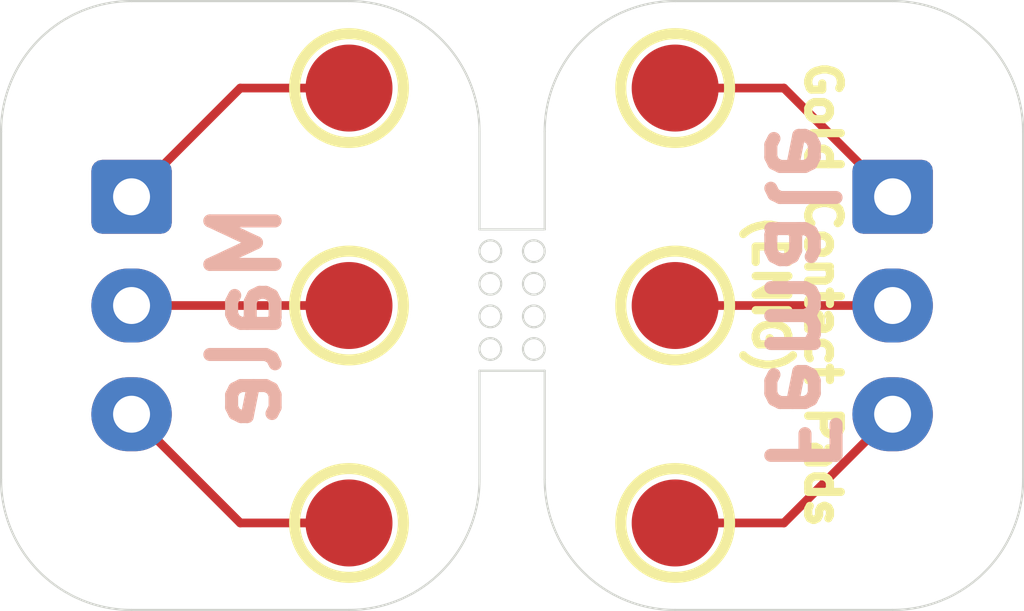
<source format=kicad_pcb>
(kicad_pcb (version 20240108) (generator "pcbnew") (generator_version "8.0")
  (layers (0 "F.Cu" signal) (31 "B.Cu" signal) (34 "B.Paste" user) (35 "F.Paste" user) (36 "B.SilkS" user "B.Silkscreen") (37 "F.SilkS" user "F.Silkscreen") (38 "B.Mask" user) (39 "F.Mask" user) (44 "Edge.Cuts" user))
  (net 0 "")
  (net 1 "Net-(J1-Pin_1)")
  (net 2 "Net-(J1-Pin_2)")
  (net 3 "Net-(J1-Pin_3)")
  (net 4 "Net-(J2-Pin_1)")
  (net 5 "Net-(J2-Pin_2)")
  (net 6 "Net-(J2-Pin_3)")
  (footprint "Connector_Molex:Molex_SPOX_5267-03A_1x03_P2.50mm_Vertical" (layer "F.Cu") (at 65 72.5 -90)
    (property "Reference" "J1" (hide yes))
    (property "Value" "Conn_01x03_Pin" (hide yes))
    (pad "1" thru_hole roundrect (at 0 0 270) (size 1.7 1.85) (drill 0.85) (layers "*.Cu" "*.Mask") (roundrect_rratio 0.147059) (net 1 "Net-(J1-Pin_1)"))
    (pad "2" thru_hole oval (at 2.5 0 270) (size 1.7 1.85) (drill 0.85) (layers "*.Cu" "*.Mask") (net 2 "Net-(J1-Pin_2)"))
    (pad "3" thru_hole oval (at 5 0 270) (size 1.7 1.85) (drill 0.85) (layers "*.Cu" "*.Mask") (net 3 "Net-(J1-Pin_3)"))
  )
  (footprint "PogoPin_YIYUAN YTC1P-3010-01:TESTPOINT-SMD_BD2.0_C9900030651" (layer "F.Cu") (at 70 70)
    (property "Reference" "CN1" (hide yes))
    (property "Value" "~" (hide yes))
    (fp_circle (center 0 0) (end 1.251 0) (stroke (width 0.254)) (fill none) (layer "F.SilkS"))
    (pad "1" smd circle (at 0 0) (size 2 2) (layers "F.Cu" "F.Paste" "F.Mask") (net 1 "Net-(J1-Pin_1)"))
  )
  (footprint "Connector_Molex:Molex_SPOX_5267-03A_1x03_P2.50mm_Vertical" (layer "F.Cu") (at 82.5 77.5 90)
    (property "Reference" "J2" (hide yes))
    (property "Value" "Conn_01x03_Pin" (hide yes))
    (pad "1" thru_hole oval (at 0 0 90) (size 1.7 1.85) (drill 0.85) (layers "*.Cu" "*.Mask") (net 4 "Net-(J2-Pin_1)"))
    (pad "2" thru_hole oval (at 2.5 0 90) (size 1.7 1.85) (drill 0.85) (layers "*.Cu" "*.Mask") (net 5 "Net-(J2-Pin_2)"))
    (pad "3" thru_hole roundrect (at 5 0 90) (size 1.7 1.85) (drill 0.85) (layers "*.Cu" "*.Mask") (roundrect_rratio 0.1470588235) (net 6 "Net-(J2-Pin_3)"))
  )
  (footprint "PogoPin_YIYUAN YTC1P-3010-01:TESTPOINT-SMD_BD2.0_C9900030651" (layer "F.Cu") (at 70 75)
    (property "Reference" "CN2" (hide yes))
    (property "Value" "~" (hide yes))
    (fp_circle (center 0 0) (end 1.251 0) (stroke (width 0.254)) (fill none) (layer "F.SilkS"))
    (pad "1" smd circle (at 0 0) (size 2 2) (layers "F.Cu" "F.Paste" "F.Mask") (net 2 "Net-(J1-Pin_2)"))
  )
  (footprint "PogoPin_YIYUAN YTC1P-3010-01:TESTPOINT-SMD_BD2.0_C9900030651" (layer "F.Cu") (at 77.5 80)
    (property "Reference" "CN4_DNP1" (hide yes))
    (property "Value" "~" (hide yes))
    (fp_circle (center 0 0) (end 1.251 0) (stroke (width 0.254)) (fill none) (layer "F.SilkS"))
    (pad "1" smd circle (at 0 0) (size 2 2) (layers "F.Cu" "F.Mask") (net 4 "Net-(J2-Pin_1)"))
  )
  (footprint "PogoPin_YIYUAN YTC1P-3010-01:TESTPOINT-SMD_BD2.0_C9900030651" (layer "F.Cu") (at 70 80)
    (property "Reference" "CN3" (hide yes))
    (property "Value" "~" (hide yes))
    (fp_circle (center 0 0) (end 1.251 0) (stroke (width 0.254)) (fill none) (layer "F.SilkS"))
    (pad "1" smd circle (at 0 0) (size 2 2) (layers "F.Cu" "F.Paste" "F.Mask") (net 3 "Net-(J1-Pin_3)"))
  )
  (footprint "PogoPin_YIYUAN YTC1P-3010-01:TESTPOINT-SMD_BD2.0_C9900030651" (layer "F.Cu") (at 77.5 75)
    (property "Reference" "CN5_DNP1" (hide yes))
    (property "Value" "~" (hide yes))
    (fp_circle (center 0 0) (end 1.251 0) (stroke (width 0.254)) (fill none) (layer "F.SilkS"))
    (pad "1" smd circle (at 0 0) (size 2 2) (layers "F.Cu" "F.Mask") (net 5 "Net-(J2-Pin_2)"))
  )
  (footprint "PogoPin_YIYUAN YTC1P-3010-01:TESTPOINT-SMD_BD2.0_C9900030651" (layer "F.Cu") (at 77.5 70)
    (property "Reference" "CN6_DNP1" (hide yes))
    (property "Value" "~" (hide yes))
    (fp_circle (center 0 0) (end 1.251 0) (stroke (width 0.254)) (fill none) (layer "F.SilkS"))
    (pad "1" smd circle (at 0 0) (size 2 2) (layers "F.Cu" "F.Mask") (net 6 "Net-(J2-Pin_3)"))
  )
  (gr_circle (center 74.25 76) (end 74.25 76.25) (stroke (width 0.05)) (fill none) (layer "Edge.Cuts"))
  (gr_line (start 74.5 76.5) (end 73 76.5) (stroke (width 0.05)) (layer "Edge.Cuts"))
  (gr_line (start 73 79) (end 73 76.5) (stroke (width 0.05)) (layer "Edge.Cuts"))
  (gr_circle (center 73.25 75.25) (end 73.25 75.5) (stroke (width 0.05)) (fill none) (layer "Edge.Cuts"))
  (gr_arc (start 70 68) (mid 72.12132 68.87868) (end 73 71) (stroke (width 0.05)) (layer "Edge.Cuts"))
  (gr_line (start 73 73.25) (end 74.5 73.25) (stroke (width 0.05)) (layer "Edge.Cuts"))
  (gr_circle (center 73.25 73.75) (end 73.25 74) (stroke (width 0.05)) (fill none) (layer "Edge.Cuts"))
  (gr_line (start 77.5 68) (end 82.5 68) (stroke (width 0.05)) (layer "Edge.Cuts"))
  (gr_circle (center 73.25 74.5) (end 73.25 74.75) (stroke (width 0.05)) (fill none) (layer "Edge.Cuts"))
  (gr_line (start 73 71) (end 73 73.25) (stroke (width 0.05)) (layer "Edge.Cuts"))
  (gr_arc (start 73 79) (mid 72.12132 81.12132) (end 70 82) (stroke (width 0.05)) (layer "Edge.Cuts"))
  (gr_line (start 62 71) (end 62 79) (stroke (width 0.05)) (layer "Edge.Cuts"))
  (gr_line (start 74.5 79) (end 74.5 76.5) (stroke (width 0.05)) (layer "Edge.Cuts"))
  (gr_circle (center 73.25 76) (end 73.25 76.25) (stroke (width 0.05)) (fill none) (layer "Edge.Cuts"))
  (gr_arc (start 85.5 79) (mid 84.62132 81.12132) (end 82.5 82) (stroke (width 0.05)) (layer "Edge.Cuts"))
  (gr_arc (start 65 82) (mid 62.87868 81.12132) (end 62 79) (stroke (width 0.05)) (layer "Edge.Cuts"))
  (gr_circle (center 74.25 74.5) (end 74.25 74.75) (stroke (width 0.05)) (fill none) (layer "Edge.Cuts"))
  (gr_line (start 82.5 82) (end 77.5 82) (stroke (width 0.05)) (layer "Edge.Cuts"))
  (gr_arc (start 77.5 82) (mid 75.37868 81.12132) (end 74.5 79) (stroke (width 0.05)) (layer "Edge.Cuts"))
  (gr_line (start 74.5 73.25) (end 74.5 71) (stroke (width 0.05)) (layer "Edge.Cuts"))
  (gr_circle (center 74.25 73.75) (end 74.25 74) (stroke (width 0.05)) (fill none) (layer "Edge.Cuts"))
  (gr_arc (start 62 71) (mid 62.87868 68.87868) (end 65 68) (stroke (width 0.05)) (layer "Edge.Cuts"))
  (gr_line (start 70 68) (end 65 68) (stroke (width 0.05)) (layer "Edge.Cuts"))
  (gr_arc (start 74.5 71) (mid 75.37868 68.87868) (end 77.5 68) (stroke (width 0.05)) (layer "Edge.Cuts"))
  (gr_line (start 85.5 71) (end 85.5 79) (stroke (width 0.05)) (layer "Edge.Cuts"))
  (gr_arc (start 82.5 68) (mid 84.62132 68.87868) (end 85.5 71) (stroke (width 0.05)) (layer "Edge.Cuts"))
  (gr_circle (center 74.25 75.25) (end 74.25 75.5) (stroke (width 0.05)) (fill none) (layer "Edge.Cuts"))
  (gr_line (start 65 82) (end 70 82) (stroke (width 0.05)) (layer "Edge.Cuts"))
  (gr_text "Male" (at 68.5 72.5 90) (layer "B.SilkS") (effects (font (size 1.5 1.5) (thickness 0.3) (bold yes)) (justify left bottom mirror)))
  (gr_text "Female" (at 79.5 79 -90) (layer "B.SilkS") (effects (font (size 1.5 1.5) (thickness 0.3) (bold yes)) (justify left bottom mirror)))
  (gr_text "Gold Contact Pads\n(ENIG)" (at 79.25 74.75 270) (layer "F.SilkS") (effects (font (size 0.75 0.75) (thickness 0.1875) (bold yes)) (justify bottom)))
  (segment (start 70 70) (end 67.5 70) (width 0.2) (layer "F.Cu") (net 1))
  (segment (start 67.5 70) (end 65 72.5) (width 0.2) (layer "F.Cu") (net 1))
  (segment (start 70 75) (end 65 75) (width 0.2) (layer "F.Cu") (net 2))
  (segment (start 67.5 80) (end 65 77.5) (width 0.2) (layer "F.Cu") (net 3))
  (segment (start 70 80) (end 67.5 80) (width 0.2) (layer "F.Cu") (net 3))
  (segment (start 77.5 80) (end 80 80) (width 0.2) (layer "F.Cu") (net 4))
  (segment (start 80 80) (end 82.5 77.5) (width 0.2) (layer "F.Cu") (net 4))
  (segment (start 77.5 75) (end 82.5 75) (width 0.2) (layer "F.Cu") (net 5))
  (segment (start 77.5 70) (end 80 70) (width 0.2) (layer "F.Cu") (net 6))
  (segment (start 80 70) (end 82.5 72.5) (width 0.2) (layer "F.Cu") (net 6))
)
</source>
